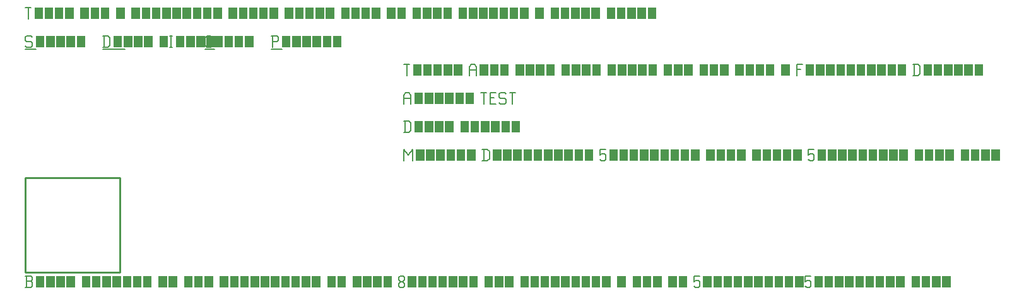
<source format=gbr>
G04 start of page 4 for group -1 layer_idx 268435461 *
G04 Title: Arcs with some parts off the page, <virtual group> *
G04 Creator: <version>
G04 CreationDate: <date>
G04 For: TEST *
G04 Format: Gerber/RS-274X *
G04 PCB-Dimensions: 50000 50000 *
G04 PCB-Coordinate-Origin: lower left *
%MOIN*%
%FSLAX25Y25*%
%LNLOGICAL_VIRTUAL_FAB_NONE*%
%ADD15C,0.0100*%
%ADD14C,0.0001*%
%ADD13C,0.0060*%
G54D13*X3000Y125000D02*X3750Y124250D01*
X750Y125000D02*X3000D01*
X0Y124250D02*X750Y125000D01*
X0Y124250D02*Y122750D01*
X750Y122000D01*
X3000D01*
X3750Y121250D01*
Y119750D01*
X3000Y119000D02*X3750Y119750D01*
X750Y119000D02*X3000D01*
X0Y119750D02*X750Y119000D01*
G54D14*G36*
X5550Y125000D02*X10050D01*
Y119000D01*
X5550D01*
Y125000D01*
G37*
G36*
X10950D02*X15450D01*
Y119000D01*
X10950D01*
Y125000D01*
G37*
G36*
X16350D02*X20850D01*
Y119000D01*
X16350D01*
Y125000D01*
G37*
G36*
X21750D02*X26250D01*
Y119000D01*
X21750D01*
Y125000D01*
G37*
G36*
X27150D02*X31650D01*
Y119000D01*
X27150D01*
Y125000D01*
G37*
G54D13*X0Y118000D02*X5550D01*
X41750Y125000D02*Y119000D01*
X43700Y125000D02*X44750Y123950D01*
Y120050D01*
X43700Y119000D02*X44750Y120050D01*
X41000Y119000D02*X43700D01*
X41000Y125000D02*X43700D01*
G54D14*G36*
X46550D02*X51050D01*
Y119000D01*
X46550D01*
Y125000D01*
G37*
G36*
X51950D02*X56450D01*
Y119000D01*
X51950D01*
Y125000D01*
G37*
G36*
X57350D02*X61850D01*
Y119000D01*
X57350D01*
Y125000D01*
G37*
G36*
X62750D02*X67250D01*
Y119000D01*
X62750D01*
Y125000D01*
G37*
G36*
X70850D02*X75350D01*
Y119000D01*
X70850D01*
Y125000D01*
G37*
G54D13*X76250D02*X77750D01*
X77000D02*Y119000D01*
X76250D02*X77750D01*
G54D14*G36*
X79550Y125000D02*X84050D01*
Y119000D01*
X79550D01*
Y125000D01*
G37*
G36*
X84950D02*X89450D01*
Y119000D01*
X84950D01*
Y125000D01*
G37*
G36*
X90350D02*X94850D01*
Y119000D01*
X90350D01*
Y125000D01*
G37*
G36*
X95750D02*X100250D01*
Y119000D01*
X95750D01*
Y125000D01*
G37*
G54D13*X41000Y118000D02*X52550D01*
X96050Y119000D02*X98000D01*
X95000Y120050D02*X96050Y119000D01*
X95000Y123950D02*Y120050D01*
Y123950D02*X96050Y125000D01*
X98000D01*
G54D14*G36*
X99800D02*X104300D01*
Y119000D01*
X99800D01*
Y125000D01*
G37*
G36*
X105200D02*X109700D01*
Y119000D01*
X105200D01*
Y125000D01*
G37*
G36*
X110600D02*X115100D01*
Y119000D01*
X110600D01*
Y125000D01*
G37*
G36*
X116000D02*X120500D01*
Y119000D01*
X116000D01*
Y125000D01*
G37*
G54D13*X95000Y118000D02*X99800D01*
X130750Y125000D02*Y119000D01*
X130000Y125000D02*X133000D01*
X133750Y124250D01*
Y122750D01*
X133000Y122000D02*X133750Y122750D01*
X130750Y122000D02*X133000D01*
G54D14*G36*
X135550Y125000D02*X140050D01*
Y119000D01*
X135550D01*
Y125000D01*
G37*
G36*
X140950D02*X145450D01*
Y119000D01*
X140950D01*
Y125000D01*
G37*
G36*
X146350D02*X150850D01*
Y119000D01*
X146350D01*
Y125000D01*
G37*
G36*
X151750D02*X156250D01*
Y119000D01*
X151750D01*
Y125000D01*
G37*
G36*
X157150D02*X161650D01*
Y119000D01*
X157150D01*
Y125000D01*
G37*
G36*
X162550D02*X167050D01*
Y119000D01*
X162550D01*
Y125000D01*
G37*
G54D13*X130000Y118000D02*X135550D01*
X0Y140000D02*X3000D01*
X1500D02*Y134000D01*
G54D14*G36*
X4800Y140000D02*X9300D01*
Y134000D01*
X4800D01*
Y140000D01*
G37*
G36*
X10200D02*X14700D01*
Y134000D01*
X10200D01*
Y140000D01*
G37*
G36*
X15600D02*X20100D01*
Y134000D01*
X15600D01*
Y140000D01*
G37*
G36*
X21000D02*X25500D01*
Y134000D01*
X21000D01*
Y140000D01*
G37*
G36*
X29100D02*X33600D01*
Y134000D01*
X29100D01*
Y140000D01*
G37*
G36*
X34500D02*X39000D01*
Y134000D01*
X34500D01*
Y140000D01*
G37*
G36*
X39900D02*X44400D01*
Y134000D01*
X39900D01*
Y140000D01*
G37*
G36*
X48000D02*X52500D01*
Y134000D01*
X48000D01*
Y140000D01*
G37*
G36*
X56100D02*X60600D01*
Y134000D01*
X56100D01*
Y140000D01*
G37*
G36*
X61500D02*X66000D01*
Y134000D01*
X61500D01*
Y140000D01*
G37*
G36*
X66900D02*X71400D01*
Y134000D01*
X66900D01*
Y140000D01*
G37*
G36*
X72300D02*X76800D01*
Y134000D01*
X72300D01*
Y140000D01*
G37*
G36*
X77700D02*X82200D01*
Y134000D01*
X77700D01*
Y140000D01*
G37*
G36*
X83100D02*X87600D01*
Y134000D01*
X83100D01*
Y140000D01*
G37*
G36*
X88500D02*X93000D01*
Y134000D01*
X88500D01*
Y140000D01*
G37*
G36*
X93900D02*X98400D01*
Y134000D01*
X93900D01*
Y140000D01*
G37*
G36*
X99300D02*X103800D01*
Y134000D01*
X99300D01*
Y140000D01*
G37*
G36*
X107400D02*X111900D01*
Y134000D01*
X107400D01*
Y140000D01*
G37*
G36*
X112800D02*X117300D01*
Y134000D01*
X112800D01*
Y140000D01*
G37*
G36*
X118200D02*X122700D01*
Y134000D01*
X118200D01*
Y140000D01*
G37*
G36*
X123600D02*X128100D01*
Y134000D01*
X123600D01*
Y140000D01*
G37*
G36*
X129000D02*X133500D01*
Y134000D01*
X129000D01*
Y140000D01*
G37*
G36*
X137100D02*X141600D01*
Y134000D01*
X137100D01*
Y140000D01*
G37*
G36*
X142500D02*X147000D01*
Y134000D01*
X142500D01*
Y140000D01*
G37*
G36*
X147900D02*X152400D01*
Y134000D01*
X147900D01*
Y140000D01*
G37*
G36*
X153300D02*X157800D01*
Y134000D01*
X153300D01*
Y140000D01*
G37*
G36*
X158700D02*X163200D01*
Y134000D01*
X158700D01*
Y140000D01*
G37*
G36*
X166800D02*X171300D01*
Y134000D01*
X166800D01*
Y140000D01*
G37*
G36*
X172200D02*X176700D01*
Y134000D01*
X172200D01*
Y140000D01*
G37*
G36*
X177600D02*X182100D01*
Y134000D01*
X177600D01*
Y140000D01*
G37*
G36*
X183000D02*X187500D01*
Y134000D01*
X183000D01*
Y140000D01*
G37*
G36*
X191100D02*X195600D01*
Y134000D01*
X191100D01*
Y140000D01*
G37*
G36*
X196500D02*X201000D01*
Y134000D01*
X196500D01*
Y140000D01*
G37*
G36*
X204600D02*X209100D01*
Y134000D01*
X204600D01*
Y140000D01*
G37*
G36*
X210000D02*X214500D01*
Y134000D01*
X210000D01*
Y140000D01*
G37*
G36*
X215400D02*X219900D01*
Y134000D01*
X215400D01*
Y140000D01*
G37*
G36*
X220800D02*X225300D01*
Y134000D01*
X220800D01*
Y140000D01*
G37*
G36*
X228900D02*X233400D01*
Y134000D01*
X228900D01*
Y140000D01*
G37*
G36*
X234300D02*X238800D01*
Y134000D01*
X234300D01*
Y140000D01*
G37*
G36*
X239700D02*X244200D01*
Y134000D01*
X239700D01*
Y140000D01*
G37*
G36*
X245100D02*X249600D01*
Y134000D01*
X245100D01*
Y140000D01*
G37*
G36*
X250500D02*X255000D01*
Y134000D01*
X250500D01*
Y140000D01*
G37*
G36*
X255900D02*X260400D01*
Y134000D01*
X255900D01*
Y140000D01*
G37*
G36*
X261300D02*X265800D01*
Y134000D01*
X261300D01*
Y140000D01*
G37*
G36*
X269400D02*X273900D01*
Y134000D01*
X269400D01*
Y140000D01*
G37*
G36*
X277500D02*X282000D01*
Y134000D01*
X277500D01*
Y140000D01*
G37*
G36*
X282900D02*X287400D01*
Y134000D01*
X282900D01*
Y140000D01*
G37*
G36*
X288300D02*X292800D01*
Y134000D01*
X288300D01*
Y140000D01*
G37*
G36*
X293700D02*X298200D01*
Y134000D01*
X293700D01*
Y140000D01*
G37*
G36*
X299100D02*X303600D01*
Y134000D01*
X299100D01*
Y140000D01*
G37*
G36*
X307200D02*X311700D01*
Y134000D01*
X307200D01*
Y140000D01*
G37*
G36*
X312600D02*X317100D01*
Y134000D01*
X312600D01*
Y140000D01*
G37*
G36*
X318000D02*X322500D01*
Y134000D01*
X318000D01*
Y140000D01*
G37*
G36*
X323400D02*X327900D01*
Y134000D01*
X323400D01*
Y140000D01*
G37*
G36*
X328800D02*X333300D01*
Y134000D01*
X328800D01*
Y140000D01*
G37*
G54D15*X0Y50000D02*X50000D01*
X0D02*Y0D01*
X50000Y50000D02*Y0D01*
X0D02*X50000D01*
G54D13*X200000Y65000D02*Y59000D01*
Y65000D02*X202250Y62000D01*
X204500Y65000D01*
Y59000D01*
G54D14*G36*
X206300Y65000D02*X210800D01*
Y59000D01*
X206300D01*
Y65000D01*
G37*
G36*
X211700D02*X216200D01*
Y59000D01*
X211700D01*
Y65000D01*
G37*
G36*
X217100D02*X221600D01*
Y59000D01*
X217100D01*
Y65000D01*
G37*
G36*
X222500D02*X227000D01*
Y59000D01*
X222500D01*
Y65000D01*
G37*
G36*
X227900D02*X232400D01*
Y59000D01*
X227900D01*
Y65000D01*
G37*
G36*
X233300D02*X237800D01*
Y59000D01*
X233300D01*
Y65000D01*
G37*
G54D13*X242150D02*Y59000D01*
X244100Y65000D02*X245150Y63950D01*
Y60050D01*
X244100Y59000D02*X245150Y60050D01*
X241400Y59000D02*X244100D01*
X241400Y65000D02*X244100D01*
G54D14*G36*
X246950D02*X251450D01*
Y59000D01*
X246950D01*
Y65000D01*
G37*
G36*
X252350D02*X256850D01*
Y59000D01*
X252350D01*
Y65000D01*
G37*
G36*
X257750D02*X262250D01*
Y59000D01*
X257750D01*
Y65000D01*
G37*
G36*
X263150D02*X267650D01*
Y59000D01*
X263150D01*
Y65000D01*
G37*
G36*
X268550D02*X273050D01*
Y59000D01*
X268550D01*
Y65000D01*
G37*
G36*
X273950D02*X278450D01*
Y59000D01*
X273950D01*
Y65000D01*
G37*
G36*
X279350D02*X283850D01*
Y59000D01*
X279350D01*
Y65000D01*
G37*
G36*
X284750D02*X289250D01*
Y59000D01*
X284750D01*
Y65000D01*
G37*
G36*
X290150D02*X294650D01*
Y59000D01*
X290150D01*
Y65000D01*
G37*
G36*
X295550D02*X300050D01*
Y59000D01*
X295550D01*
Y65000D01*
G37*
G54D13*X303650D02*X306650D01*
X303650D02*Y62000D01*
X304400Y62750D01*
X305900D01*
X306650Y62000D01*
Y59750D01*
X305900Y59000D02*X306650Y59750D01*
X304400Y59000D02*X305900D01*
X303650Y59750D02*X304400Y59000D01*
G54D14*G36*
X308450Y65000D02*X312950D01*
Y59000D01*
X308450D01*
Y65000D01*
G37*
G36*
X313850D02*X318350D01*
Y59000D01*
X313850D01*
Y65000D01*
G37*
G36*
X319250D02*X323750D01*
Y59000D01*
X319250D01*
Y65000D01*
G37*
G36*
X324650D02*X329150D01*
Y59000D01*
X324650D01*
Y65000D01*
G37*
G36*
X330050D02*X334550D01*
Y59000D01*
X330050D01*
Y65000D01*
G37*
G36*
X335450D02*X339950D01*
Y59000D01*
X335450D01*
Y65000D01*
G37*
G36*
X340850D02*X345350D01*
Y59000D01*
X340850D01*
Y65000D01*
G37*
G36*
X346250D02*X350750D01*
Y59000D01*
X346250D01*
Y65000D01*
G37*
G36*
X351650D02*X356150D01*
Y59000D01*
X351650D01*
Y65000D01*
G37*
G36*
X359750D02*X364250D01*
Y59000D01*
X359750D01*
Y65000D01*
G37*
G36*
X365150D02*X369650D01*
Y59000D01*
X365150D01*
Y65000D01*
G37*
G36*
X370550D02*X375050D01*
Y59000D01*
X370550D01*
Y65000D01*
G37*
G36*
X375950D02*X380450D01*
Y59000D01*
X375950D01*
Y65000D01*
G37*
G36*
X384050D02*X388550D01*
Y59000D01*
X384050D01*
Y65000D01*
G37*
G36*
X389450D02*X393950D01*
Y59000D01*
X389450D01*
Y65000D01*
G37*
G36*
X394850D02*X399350D01*
Y59000D01*
X394850D01*
Y65000D01*
G37*
G36*
X400250D02*X404750D01*
Y59000D01*
X400250D01*
Y65000D01*
G37*
G36*
X405650D02*X410150D01*
Y59000D01*
X405650D01*
Y65000D01*
G37*
G54D13*X413750D02*X416750D01*
X413750D02*Y62000D01*
X414500Y62750D01*
X416000D01*
X416750Y62000D01*
Y59750D01*
X416000Y59000D02*X416750Y59750D01*
X414500Y59000D02*X416000D01*
X413750Y59750D02*X414500Y59000D01*
G54D14*G36*
X418550Y65000D02*X423050D01*
Y59000D01*
X418550D01*
Y65000D01*
G37*
G36*
X423950D02*X428450D01*
Y59000D01*
X423950D01*
Y65000D01*
G37*
G36*
X429350D02*X433850D01*
Y59000D01*
X429350D01*
Y65000D01*
G37*
G36*
X434750D02*X439250D01*
Y59000D01*
X434750D01*
Y65000D01*
G37*
G36*
X440150D02*X444650D01*
Y59000D01*
X440150D01*
Y65000D01*
G37*
G36*
X445550D02*X450050D01*
Y59000D01*
X445550D01*
Y65000D01*
G37*
G36*
X450950D02*X455450D01*
Y59000D01*
X450950D01*
Y65000D01*
G37*
G36*
X456350D02*X460850D01*
Y59000D01*
X456350D01*
Y65000D01*
G37*
G36*
X461750D02*X466250D01*
Y59000D01*
X461750D01*
Y65000D01*
G37*
G36*
X469850D02*X474350D01*
Y59000D01*
X469850D01*
Y65000D01*
G37*
G36*
X475250D02*X479750D01*
Y59000D01*
X475250D01*
Y65000D01*
G37*
G36*
X480650D02*X485150D01*
Y59000D01*
X480650D01*
Y65000D01*
G37*
G36*
X486050D02*X490550D01*
Y59000D01*
X486050D01*
Y65000D01*
G37*
G36*
X494150D02*X498650D01*
Y59000D01*
X494150D01*
Y65000D01*
G37*
G36*
X499550D02*X504050D01*
Y59000D01*
X499550D01*
Y65000D01*
G37*
G36*
X504950D02*X509450D01*
Y59000D01*
X504950D01*
Y65000D01*
G37*
G36*
X510350D02*X514850D01*
Y59000D01*
X510350D01*
Y65000D01*
G37*
G54D13*X0Y-8000D02*X3000D01*
X3750Y-7250D01*
Y-5450D02*Y-7250D01*
X3000Y-4700D02*X3750Y-5450D01*
X750Y-4700D02*X3000D01*
X750Y-2000D02*Y-8000D01*
X0Y-2000D02*X3000D01*
X3750Y-2750D01*
Y-3950D01*
X3000Y-4700D02*X3750Y-3950D01*
G54D14*G36*
X5550Y-2000D02*X10050D01*
Y-8000D01*
X5550D01*
Y-2000D01*
G37*
G36*
X10950D02*X15450D01*
Y-8000D01*
X10950D01*
Y-2000D01*
G37*
G36*
X16350D02*X20850D01*
Y-8000D01*
X16350D01*
Y-2000D01*
G37*
G36*
X21750D02*X26250D01*
Y-8000D01*
X21750D01*
Y-2000D01*
G37*
G36*
X29850D02*X34350D01*
Y-8000D01*
X29850D01*
Y-2000D01*
G37*
G36*
X35250D02*X39750D01*
Y-8000D01*
X35250D01*
Y-2000D01*
G37*
G36*
X40650D02*X45150D01*
Y-8000D01*
X40650D01*
Y-2000D01*
G37*
G36*
X46050D02*X50550D01*
Y-8000D01*
X46050D01*
Y-2000D01*
G37*
G36*
X51450D02*X55950D01*
Y-8000D01*
X51450D01*
Y-2000D01*
G37*
G36*
X56850D02*X61350D01*
Y-8000D01*
X56850D01*
Y-2000D01*
G37*
G36*
X62250D02*X66750D01*
Y-8000D01*
X62250D01*
Y-2000D01*
G37*
G36*
X70350D02*X74850D01*
Y-8000D01*
X70350D01*
Y-2000D01*
G37*
G36*
X75750D02*X80250D01*
Y-8000D01*
X75750D01*
Y-2000D01*
G37*
G36*
X83850D02*X88350D01*
Y-8000D01*
X83850D01*
Y-2000D01*
G37*
G36*
X89250D02*X93750D01*
Y-8000D01*
X89250D01*
Y-2000D01*
G37*
G36*
X94650D02*X99150D01*
Y-8000D01*
X94650D01*
Y-2000D01*
G37*
G36*
X102750D02*X107250D01*
Y-8000D01*
X102750D01*
Y-2000D01*
G37*
G36*
X108150D02*X112650D01*
Y-8000D01*
X108150D01*
Y-2000D01*
G37*
G36*
X113550D02*X118050D01*
Y-8000D01*
X113550D01*
Y-2000D01*
G37*
G36*
X118950D02*X123450D01*
Y-8000D01*
X118950D01*
Y-2000D01*
G37*
G36*
X124350D02*X128850D01*
Y-8000D01*
X124350D01*
Y-2000D01*
G37*
G36*
X129750D02*X134250D01*
Y-8000D01*
X129750D01*
Y-2000D01*
G37*
G36*
X135150D02*X139650D01*
Y-8000D01*
X135150D01*
Y-2000D01*
G37*
G36*
X140550D02*X145050D01*
Y-8000D01*
X140550D01*
Y-2000D01*
G37*
G36*
X145950D02*X150450D01*
Y-8000D01*
X145950D01*
Y-2000D01*
G37*
G36*
X151350D02*X155850D01*
Y-8000D01*
X151350D01*
Y-2000D01*
G37*
G36*
X159450D02*X163950D01*
Y-8000D01*
X159450D01*
Y-2000D01*
G37*
G36*
X164850D02*X169350D01*
Y-8000D01*
X164850D01*
Y-2000D01*
G37*
G36*
X172950D02*X177450D01*
Y-8000D01*
X172950D01*
Y-2000D01*
G37*
G36*
X178350D02*X182850D01*
Y-8000D01*
X178350D01*
Y-2000D01*
G37*
G36*
X183750D02*X188250D01*
Y-8000D01*
X183750D01*
Y-2000D01*
G37*
G36*
X189150D02*X193650D01*
Y-8000D01*
X189150D01*
Y-2000D01*
G37*
G54D13*X197250Y-7250D02*X198000Y-8000D01*
X197250Y-6050D02*Y-7250D01*
Y-6050D02*X198300Y-5000D01*
X199200D01*
X200250Y-6050D01*
Y-7250D01*
X199500Y-8000D02*X200250Y-7250D01*
X198000Y-8000D02*X199500D01*
X197250Y-3950D02*X198300Y-5000D01*
X197250Y-2750D02*Y-3950D01*
Y-2750D02*X198000Y-2000D01*
X199500D01*
X200250Y-2750D01*
Y-3950D01*
X199200Y-5000D02*X200250Y-3950D01*
G54D14*G36*
X202050Y-2000D02*X206550D01*
Y-8000D01*
X202050D01*
Y-2000D01*
G37*
G36*
X207450D02*X211950D01*
Y-8000D01*
X207450D01*
Y-2000D01*
G37*
G36*
X212850D02*X217350D01*
Y-8000D01*
X212850D01*
Y-2000D01*
G37*
G36*
X218250D02*X222750D01*
Y-8000D01*
X218250D01*
Y-2000D01*
G37*
G36*
X223650D02*X228150D01*
Y-8000D01*
X223650D01*
Y-2000D01*
G37*
G36*
X229050D02*X233550D01*
Y-8000D01*
X229050D01*
Y-2000D01*
G37*
G36*
X234450D02*X238950D01*
Y-8000D01*
X234450D01*
Y-2000D01*
G37*
G36*
X242550D02*X247050D01*
Y-8000D01*
X242550D01*
Y-2000D01*
G37*
G36*
X247950D02*X252450D01*
Y-8000D01*
X247950D01*
Y-2000D01*
G37*
G36*
X253350D02*X257850D01*
Y-8000D01*
X253350D01*
Y-2000D01*
G37*
G36*
X261450D02*X265950D01*
Y-8000D01*
X261450D01*
Y-2000D01*
G37*
G36*
X266850D02*X271350D01*
Y-8000D01*
X266850D01*
Y-2000D01*
G37*
G36*
X272250D02*X276750D01*
Y-8000D01*
X272250D01*
Y-2000D01*
G37*
G36*
X277650D02*X282150D01*
Y-8000D01*
X277650D01*
Y-2000D01*
G37*
G36*
X283050D02*X287550D01*
Y-8000D01*
X283050D01*
Y-2000D01*
G37*
G36*
X288450D02*X292950D01*
Y-8000D01*
X288450D01*
Y-2000D01*
G37*
G36*
X293850D02*X298350D01*
Y-8000D01*
X293850D01*
Y-2000D01*
G37*
G36*
X299250D02*X303750D01*
Y-8000D01*
X299250D01*
Y-2000D01*
G37*
G36*
X304650D02*X309150D01*
Y-8000D01*
X304650D01*
Y-2000D01*
G37*
G36*
X312750D02*X317250D01*
Y-8000D01*
X312750D01*
Y-2000D01*
G37*
G36*
X320850D02*X325350D01*
Y-8000D01*
X320850D01*
Y-2000D01*
G37*
G36*
X326250D02*X330750D01*
Y-8000D01*
X326250D01*
Y-2000D01*
G37*
G36*
X331650D02*X336150D01*
Y-8000D01*
X331650D01*
Y-2000D01*
G37*
G36*
X339750D02*X344250D01*
Y-8000D01*
X339750D01*
Y-2000D01*
G37*
G36*
X345150D02*X349650D01*
Y-8000D01*
X345150D01*
Y-2000D01*
G37*
G54D13*X353250D02*X356250D01*
X353250D02*Y-5000D01*
X354000Y-4250D01*
X355500D01*
X356250Y-5000D01*
Y-7250D01*
X355500Y-8000D02*X356250Y-7250D01*
X354000Y-8000D02*X355500D01*
X353250Y-7250D02*X354000Y-8000D01*
G54D14*G36*
X358050Y-2000D02*X362550D01*
Y-8000D01*
X358050D01*
Y-2000D01*
G37*
G36*
X363450D02*X367950D01*
Y-8000D01*
X363450D01*
Y-2000D01*
G37*
G36*
X368850D02*X373350D01*
Y-8000D01*
X368850D01*
Y-2000D01*
G37*
G36*
X374250D02*X378750D01*
Y-8000D01*
X374250D01*
Y-2000D01*
G37*
G36*
X379650D02*X384150D01*
Y-8000D01*
X379650D01*
Y-2000D01*
G37*
G36*
X385050D02*X389550D01*
Y-8000D01*
X385050D01*
Y-2000D01*
G37*
G36*
X390450D02*X394950D01*
Y-8000D01*
X390450D01*
Y-2000D01*
G37*
G36*
X395850D02*X400350D01*
Y-8000D01*
X395850D01*
Y-2000D01*
G37*
G36*
X401250D02*X405750D01*
Y-8000D01*
X401250D01*
Y-2000D01*
G37*
G36*
X406650D02*X411150D01*
Y-8000D01*
X406650D01*
Y-2000D01*
G37*
G54D13*X412050D02*X415050D01*
X412050D02*Y-5000D01*
X412800Y-4250D01*
X414300D01*
X415050Y-5000D01*
Y-7250D01*
X414300Y-8000D02*X415050Y-7250D01*
X412800Y-8000D02*X414300D01*
X412050Y-7250D02*X412800Y-8000D01*
G54D14*G36*
X416850Y-2000D02*X421350D01*
Y-8000D01*
X416850D01*
Y-2000D01*
G37*
G36*
X422250D02*X426750D01*
Y-8000D01*
X422250D01*
Y-2000D01*
G37*
G36*
X427650D02*X432150D01*
Y-8000D01*
X427650D01*
Y-2000D01*
G37*
G36*
X433050D02*X437550D01*
Y-8000D01*
X433050D01*
Y-2000D01*
G37*
G36*
X438450D02*X442950D01*
Y-8000D01*
X438450D01*
Y-2000D01*
G37*
G36*
X443850D02*X448350D01*
Y-8000D01*
X443850D01*
Y-2000D01*
G37*
G36*
X449250D02*X453750D01*
Y-8000D01*
X449250D01*
Y-2000D01*
G37*
G36*
X454650D02*X459150D01*
Y-8000D01*
X454650D01*
Y-2000D01*
G37*
G36*
X460050D02*X464550D01*
Y-8000D01*
X460050D01*
Y-2000D01*
G37*
G36*
X468150D02*X472650D01*
Y-8000D01*
X468150D01*
Y-2000D01*
G37*
G36*
X473550D02*X478050D01*
Y-8000D01*
X473550D01*
Y-2000D01*
G37*
G36*
X478950D02*X483450D01*
Y-8000D01*
X478950D01*
Y-2000D01*
G37*
G36*
X484350D02*X488850D01*
Y-8000D01*
X484350D01*
Y-2000D01*
G37*
G54D13*X200750Y80000D02*Y74000D01*
X202700Y80000D02*X203750Y78950D01*
Y75050D01*
X202700Y74000D02*X203750Y75050D01*
X200000Y74000D02*X202700D01*
X200000Y80000D02*X202700D01*
G54D14*G36*
X205550D02*X210050D01*
Y74000D01*
X205550D01*
Y80000D01*
G37*
G36*
X210950D02*X215450D01*
Y74000D01*
X210950D01*
Y80000D01*
G37*
G36*
X216350D02*X220850D01*
Y74000D01*
X216350D01*
Y80000D01*
G37*
G36*
X221750D02*X226250D01*
Y74000D01*
X221750D01*
Y80000D01*
G37*
G36*
X229850D02*X234350D01*
Y74000D01*
X229850D01*
Y80000D01*
G37*
G36*
X235250D02*X239750D01*
Y74000D01*
X235250D01*
Y80000D01*
G37*
G36*
X240650D02*X245150D01*
Y74000D01*
X240650D01*
Y80000D01*
G37*
G36*
X246050D02*X250550D01*
Y74000D01*
X246050D01*
Y80000D01*
G37*
G36*
X251450D02*X255950D01*
Y74000D01*
X251450D01*
Y80000D01*
G37*
G36*
X256850D02*X261350D01*
Y74000D01*
X256850D01*
Y80000D01*
G37*
G54D13*X200000Y93500D02*Y89000D01*
Y93500D02*X201050Y95000D01*
X202700D01*
X203750Y93500D01*
Y89000D01*
X200000Y92000D02*X203750D01*
G54D14*G36*
X205550Y95000D02*X210050D01*
Y89000D01*
X205550D01*
Y95000D01*
G37*
G36*
X210950D02*X215450D01*
Y89000D01*
X210950D01*
Y95000D01*
G37*
G36*
X216350D02*X220850D01*
Y89000D01*
X216350D01*
Y95000D01*
G37*
G36*
X221750D02*X226250D01*
Y89000D01*
X221750D01*
Y95000D01*
G37*
G36*
X227150D02*X231650D01*
Y89000D01*
X227150D01*
Y95000D01*
G37*
G36*
X232550D02*X237050D01*
Y89000D01*
X232550D01*
Y95000D01*
G37*
G54D13*X240650D02*X243650D01*
X242150D02*Y89000D01*
X245450Y92300D02*X247700D01*
X245450Y89000D02*X248450D01*
X245450Y95000D02*Y89000D01*
Y95000D02*X248450D01*
X253250D02*X254000Y94250D01*
X251000Y95000D02*X253250D01*
X250250Y94250D02*X251000Y95000D01*
X250250Y94250D02*Y92750D01*
X251000Y92000D01*
X253250D01*
X254000Y91250D01*
Y89750D01*
X253250Y89000D02*X254000Y89750D01*
X251000Y89000D02*X253250D01*
X250250Y89750D02*X251000Y89000D01*
X255800Y95000D02*X258800D01*
X257300D02*Y89000D01*
X200000Y110000D02*X203000D01*
X201500D02*Y104000D01*
G54D14*G36*
X204800Y110000D02*X209300D01*
Y104000D01*
X204800D01*
Y110000D01*
G37*
G36*
X210200D02*X214700D01*
Y104000D01*
X210200D01*
Y110000D01*
G37*
G36*
X215600D02*X220100D01*
Y104000D01*
X215600D01*
Y110000D01*
G37*
G36*
X221000D02*X225500D01*
Y104000D01*
X221000D01*
Y110000D01*
G37*
G36*
X226400D02*X230900D01*
Y104000D01*
X226400D01*
Y110000D01*
G37*
G54D13*X234500Y108500D02*Y104000D01*
Y108500D02*X235550Y110000D01*
X237200D01*
X238250Y108500D01*
Y104000D01*
X234500Y107000D02*X238250D01*
G54D14*G36*
X240050Y110000D02*X244550D01*
Y104000D01*
X240050D01*
Y110000D01*
G37*
G36*
X245450D02*X249950D01*
Y104000D01*
X245450D01*
Y110000D01*
G37*
G36*
X250850D02*X255350D01*
Y104000D01*
X250850D01*
Y110000D01*
G37*
G36*
X258950D02*X263450D01*
Y104000D01*
X258950D01*
Y110000D01*
G37*
G36*
X264350D02*X268850D01*
Y104000D01*
X264350D01*
Y110000D01*
G37*
G36*
X269750D02*X274250D01*
Y104000D01*
X269750D01*
Y110000D01*
G37*
G36*
X275150D02*X279650D01*
Y104000D01*
X275150D01*
Y110000D01*
G37*
G36*
X283250D02*X287750D01*
Y104000D01*
X283250D01*
Y110000D01*
G37*
G36*
X288650D02*X293150D01*
Y104000D01*
X288650D01*
Y110000D01*
G37*
G36*
X294050D02*X298550D01*
Y104000D01*
X294050D01*
Y110000D01*
G37*
G36*
X299450D02*X303950D01*
Y104000D01*
X299450D01*
Y110000D01*
G37*
G36*
X307550D02*X312050D01*
Y104000D01*
X307550D01*
Y110000D01*
G37*
G36*
X312950D02*X317450D01*
Y104000D01*
X312950D01*
Y110000D01*
G37*
G36*
X318350D02*X322850D01*
Y104000D01*
X318350D01*
Y110000D01*
G37*
G36*
X323750D02*X328250D01*
Y104000D01*
X323750D01*
Y110000D01*
G37*
G36*
X329150D02*X333650D01*
Y104000D01*
X329150D01*
Y110000D01*
G37*
G36*
X337250D02*X341750D01*
Y104000D01*
X337250D01*
Y110000D01*
G37*
G36*
X342650D02*X347150D01*
Y104000D01*
X342650D01*
Y110000D01*
G37*
G36*
X348050D02*X352550D01*
Y104000D01*
X348050D01*
Y110000D01*
G37*
G36*
X356150D02*X360650D01*
Y104000D01*
X356150D01*
Y110000D01*
G37*
G36*
X361550D02*X366050D01*
Y104000D01*
X361550D01*
Y110000D01*
G37*
G36*
X366950D02*X371450D01*
Y104000D01*
X366950D01*
Y110000D01*
G37*
G36*
X375050D02*X379550D01*
Y104000D01*
X375050D01*
Y110000D01*
G37*
G36*
X380450D02*X384950D01*
Y104000D01*
X380450D01*
Y110000D01*
G37*
G36*
X385850D02*X390350D01*
Y104000D01*
X385850D01*
Y110000D01*
G37*
G36*
X391250D02*X395750D01*
Y104000D01*
X391250D01*
Y110000D01*
G37*
G36*
X399350D02*X403850D01*
Y104000D01*
X399350D01*
Y110000D01*
G37*
G54D13*X407450D02*Y104000D01*
Y110000D02*X410450D01*
X407450Y107300D02*X409700D01*
G54D14*G36*
X412250Y110000D02*X416750D01*
Y104000D01*
X412250D01*
Y110000D01*
G37*
G36*
X417650D02*X422150D01*
Y104000D01*
X417650D01*
Y110000D01*
G37*
G36*
X423050D02*X427550D01*
Y104000D01*
X423050D01*
Y110000D01*
G37*
G36*
X428450D02*X432950D01*
Y104000D01*
X428450D01*
Y110000D01*
G37*
G36*
X433850D02*X438350D01*
Y104000D01*
X433850D01*
Y110000D01*
G37*
G36*
X439250D02*X443750D01*
Y104000D01*
X439250D01*
Y110000D01*
G37*
G36*
X444650D02*X449150D01*
Y104000D01*
X444650D01*
Y110000D01*
G37*
G36*
X450050D02*X454550D01*
Y104000D01*
X450050D01*
Y110000D01*
G37*
G36*
X455450D02*X459950D01*
Y104000D01*
X455450D01*
Y110000D01*
G37*
G36*
X460850D02*X465350D01*
Y104000D01*
X460850D01*
Y110000D01*
G37*
G54D13*X469700D02*Y104000D01*
X471650Y110000D02*X472700Y108950D01*
Y105050D01*
X471650Y104000D02*X472700Y105050D01*
X468950Y104000D02*X471650D01*
X468950Y110000D02*X471650D01*
G54D14*G36*
X474500D02*X479000D01*
Y104000D01*
X474500D01*
Y110000D01*
G37*
G36*
X479900D02*X484400D01*
Y104000D01*
X479900D01*
Y110000D01*
G37*
G36*
X485300D02*X489800D01*
Y104000D01*
X485300D01*
Y110000D01*
G37*
G36*
X490700D02*X495200D01*
Y104000D01*
X490700D01*
Y110000D01*
G37*
G36*
X496100D02*X500600D01*
Y104000D01*
X496100D01*
Y110000D01*
G37*
G36*
X501500D02*X506000D01*
Y104000D01*
X501500D01*
Y110000D01*
G37*
M02*

</source>
